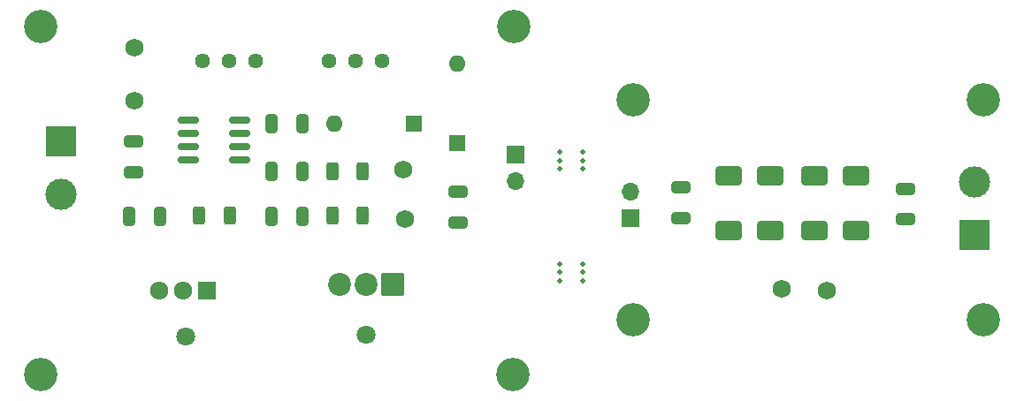
<source format=gbr>
G04 #@! TF.GenerationSoftware,KiCad,Pcbnew,8.0.6*
G04 #@! TF.CreationDate,2025-12-03T01:38:51-06:00*
G04 #@! TF.ProjectId,WirelessChargerPCB,57697265-6c65-4737-9343-686172676572,rev?*
G04 #@! TF.SameCoordinates,Original*
G04 #@! TF.FileFunction,Soldermask,Top*
G04 #@! TF.FilePolarity,Negative*
%FSLAX46Y46*%
G04 Gerber Fmt 4.6, Leading zero omitted, Abs format (unit mm)*
G04 Created by KiCad (PCBNEW 8.0.6) date 2025-12-03 01:38:51*
%MOMM*%
%LPD*%
G01*
G04 APERTURE LIST*
G04 Aperture macros list*
%AMRoundRect*
0 Rectangle with rounded corners*
0 $1 Rounding radius*
0 $2 $3 $4 $5 $6 $7 $8 $9 X,Y pos of 4 corners*
0 Add a 4 corners polygon primitive as box body*
4,1,4,$2,$3,$4,$5,$6,$7,$8,$9,$2,$3,0*
0 Add four circle primitives for the rounded corners*
1,1,$1+$1,$2,$3*
1,1,$1+$1,$4,$5*
1,1,$1+$1,$6,$7*
1,1,$1+$1,$8,$9*
0 Add four rect primitives between the rounded corners*
20,1,$1+$1,$2,$3,$4,$5,0*
20,1,$1+$1,$4,$5,$6,$7,0*
20,1,$1+$1,$6,$7,$8,$9,0*
20,1,$1+$1,$8,$9,$2,$3,0*%
G04 Aperture macros list end*
%ADD10C,3.200000*%
%ADD11R,3.000000X3.000000*%
%ADD12C,3.000000*%
%ADD13R,1.700000X1.700000*%
%ADD14O,1.700000X1.700000*%
%ADD15RoundRect,0.250000X-0.312500X-0.625000X0.312500X-0.625000X0.312500X0.625000X-0.312500X0.625000X0*%
%ADD16RoundRect,0.250000X-0.650000X0.325000X-0.650000X-0.325000X0.650000X-0.325000X0.650000X0.325000X0*%
%ADD17R,1.600000X1.600000*%
%ADD18O,1.600000X1.600000*%
%ADD19RoundRect,0.250000X1.000000X0.650000X-1.000000X0.650000X-1.000000X-0.650000X1.000000X-0.650000X0*%
%ADD20C,1.800000*%
%ADD21RoundRect,0.150000X-0.825000X-0.150000X0.825000X-0.150000X0.825000X0.150000X-0.825000X0.150000X0*%
%ADD22C,1.734000*%
%ADD23RoundRect,0.102000X0.997500X0.997500X-0.997500X0.997500X-0.997500X-0.997500X0.997500X-0.997500X0*%
%ADD24C,2.199000*%
%ADD25RoundRect,0.250000X0.325000X0.650000X-0.325000X0.650000X-0.325000X-0.650000X0.325000X-0.650000X0*%
%ADD26C,1.440000*%
%ADD27RoundRect,0.250000X-0.325000X-0.650000X0.325000X-0.650000X0.325000X0.650000X-0.325000X0.650000X0*%
%ADD28C,0.500000*%
%ADD29R,1.710000X1.800000*%
%ADD30O,1.710000X1.800000*%
%ADD31RoundRect,0.250000X0.650000X-0.325000X0.650000X0.325000X-0.650000X0.325000X-0.650000X-0.325000X0*%
G04 APERTURE END LIST*
D10*
X145535000Y-82805000D03*
D11*
X189640000Y-102830000D03*
D12*
X189640000Y-97750000D03*
D11*
X102185000Y-93815000D03*
D12*
X102185000Y-98895000D03*
D13*
X145700000Y-95105000D03*
D14*
X145700000Y-97645000D03*
D15*
X128170000Y-100965000D03*
X131095000Y-100965000D03*
D16*
X161600000Y-98265000D03*
X161600000Y-101215000D03*
D17*
X140155000Y-94035000D03*
D18*
X140155000Y-86415000D03*
D10*
X145465000Y-116205000D03*
D16*
X109115000Y-93815000D03*
X109115000Y-96765000D03*
D10*
X190520000Y-110970000D03*
D19*
X170122500Y-102420000D03*
X166122500Y-102420000D03*
D20*
X114125000Y-112515000D03*
D21*
X114365000Y-91765000D03*
X114365000Y-93035000D03*
X114365000Y-94305000D03*
X114365000Y-95575000D03*
X119315000Y-95575000D03*
X119315000Y-94305000D03*
X119315000Y-93035000D03*
X119315000Y-91765000D03*
D22*
X135130000Y-101300000D03*
D23*
X133967500Y-107555000D03*
D24*
X131427500Y-107555000D03*
X128887500Y-107555000D03*
D22*
X171250000Y-108010000D03*
D15*
X115447500Y-100965000D03*
X118372500Y-100965000D03*
D10*
X100305000Y-116205000D03*
X100305000Y-82805000D03*
X156950000Y-89880000D03*
D20*
X131435000Y-112365000D03*
D19*
X170122500Y-97100000D03*
X166122500Y-97100000D03*
D13*
X156715000Y-101160000D03*
D14*
X156715000Y-98620000D03*
D25*
X125332500Y-96675000D03*
X122382500Y-96675000D03*
D19*
X178350000Y-97100000D03*
X174350000Y-97100000D03*
D25*
X125345000Y-100995000D03*
X122395000Y-100995000D03*
D22*
X109280000Y-89910000D03*
D26*
X132905000Y-86125000D03*
X130365000Y-86125000D03*
X127825000Y-86125000D03*
X120825000Y-86125000D03*
X118285000Y-86125000D03*
X115745000Y-86125000D03*
D19*
X178350000Y-102420000D03*
X174350000Y-102420000D03*
D16*
X140185000Y-98655000D03*
X140185000Y-101605000D03*
D10*
X156950000Y-110970000D03*
D27*
X122390000Y-92125000D03*
X125340000Y-92125000D03*
D17*
X135955000Y-92175000D03*
D18*
X128335000Y-92175000D03*
D10*
X190520000Y-89870000D03*
D22*
X134980000Y-96510000D03*
D28*
X149930000Y-107170000D03*
X152130000Y-107170000D03*
X149930000Y-106370000D03*
X152130000Y-106370000D03*
X149930000Y-105570000D03*
X152130000Y-105570000D03*
D29*
X116185000Y-108145000D03*
D30*
X113905000Y-108145000D03*
X111625000Y-108145000D03*
D28*
X149930000Y-96480000D03*
X152130000Y-96480000D03*
X149930000Y-95680000D03*
X152130000Y-95680000D03*
X149930000Y-94880000D03*
X152130000Y-94880000D03*
D22*
X109250000Y-84850000D03*
D15*
X128175000Y-96665000D03*
X131100000Y-96665000D03*
D31*
X183100000Y-101315000D03*
X183100000Y-98365000D03*
D22*
X175510000Y-108110000D03*
D27*
X108735000Y-100995000D03*
X111685000Y-100995000D03*
M02*

</source>
